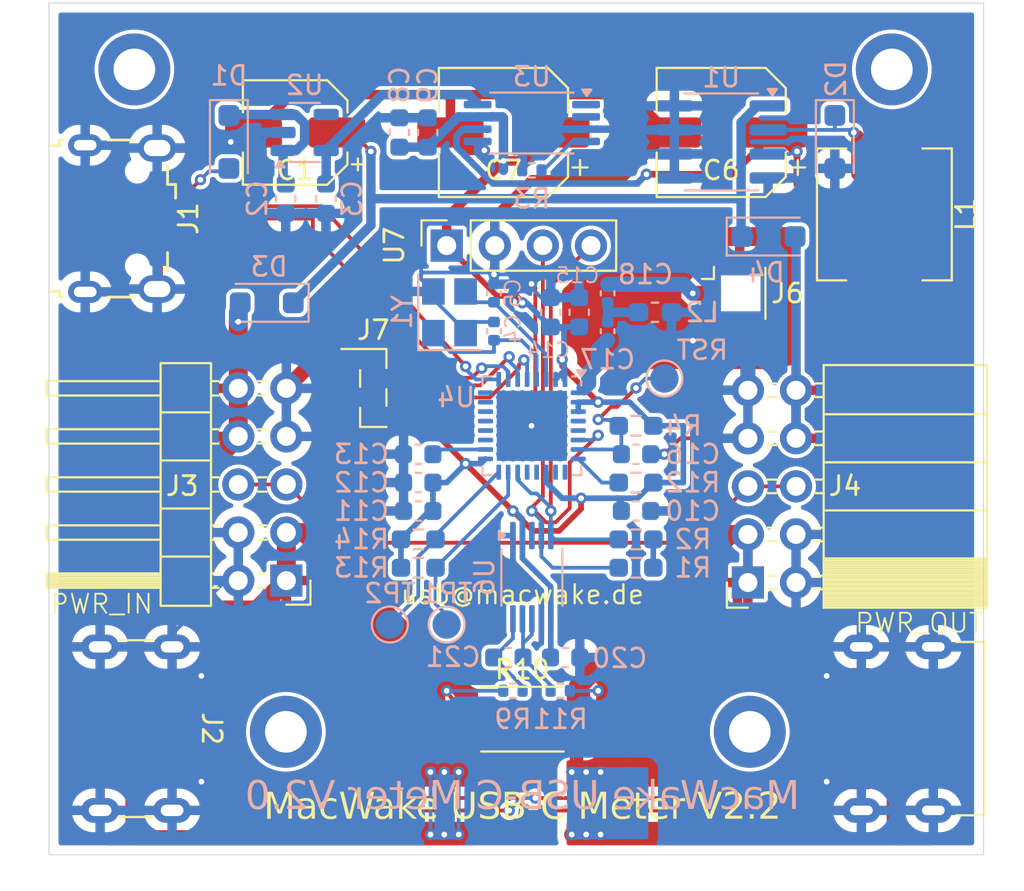
<source format=kicad_pcb>
(kicad_pcb (version 20241229) (generator "pcbnew") (generator_version "9.0")
  (title_block (title "USB-C Power Meter") (rev "1.0"))
  (layers (0 "F.Cu" signal) (2 "B.Cu" signal) (13 "F.Paste" user) (15 "B.Paste" user) (5 "F.SilkS" user "F.Silkscreen") (7 "B.SilkS" user "B.Silkscreen") (1 "F.Mask" user) (3 "B.Mask" user) (25 "Edge.Cuts" user))
  (net 0 "")
  (net 1 "GND")
  (net 2 "3V3")
  (net 3 "/VBUS_PD_R")
  (net 4 "/VBUS_DATA_R")
  (net 5 "/VBUS_DATA_3V3")
  (net 7 "Net-(D2-K)")
  (net 8 "Net-(U4-XTAL_N)")
  (net 9 "Net-(J1-D-)")
  (net 10 "Net-(J1-D+)")
  (net 12 "Net-(U4-XTAL_P)")
  (net 13 "/VBUS_PD_3V3")
  (net 14 "Net-(U4-CHIP_EN)")
  (net 15 "Net-(C17-Pad2)")
  (net 16 "/SHNT-")
  (net 17 "/SHNT+")
  (net 18 "/VBUS_DATA_IN")
  (net 19 "/VBUS_PD_1_IN")
  (net 20 "/VBUS_PD_2_IN")
  (net 21 "/CC2")
  (net 22 "/CC1")
  (net 23 "/CHGR_ID_GENERIC")
  (net 24 "SDA")
  (net 25 "SCL")
  (net 26 "Net-(U3-ILIM)")
  (net 27 "Net-(U4-GPIO3)")
  (net 31 "Net-(J7-Pin_2)")
  (net 35 "Net-(J7-Pin_3)")
  (net 37 "Net-(U4-GPIO9)")
  (net 38 "Net-(U4-GPIO10)")
  (net 41 "Net-(U4-VDD_SPI)")
  (net 48 "/RF")
  (net 49 "/ANT")
  (footprint "Connector_Coaxial:U.FL_Hirose_U.FL-R-SMT-1_Vertical" (layer "F.Cu") (at 94.5 41)
    (property "Reference" "J6")
    (property "Value" "Conn_Coaxial" (hide yes))
  )
  (footprint "MountingHole:MountingHole_2.2mm_M2_DIN965_Pad" (layer "F.Cu") (at 95.508776 64.167291)
    (property "Reference" "REF**" (hide yes))
    (property "Value" "MountingHole_2.2mm_M2_DIN965_Pad" (hide yes))
  )
  (footprint "Capacitor_SMD:CP_Elec_6.3x5.9" (layer "F.Cu") (at 82.5 32.5 180)
    (property "Reference" "C7")
    (property "Value" "220µF")
  )
  (footprint "Capacitor_SMD:CP_Elec_6.3x5.9" (layer "F.Cu") (at 94 32.5 180)
    (property "Reference" "C6")
    (property "Value" "220µF")
  )
  (footprint "MountingHole:MountingHole_2.2mm_M2_DIN965_Pad" (layer "F.Cu") (at 63.008776 29.167291)
    (property "Reference" "REF**" (hide yes))
    (property "Value" "MountingHole_2.2mm_M2_DIN965_Pad" (hide yes))
  )
  (footprint "MountingHole:MountingHole_2.2mm_M2_DIN965_Pad" (layer "F.Cu") (at 103.008776 29.167291)
    (property "Reference" "REF**" (hide yes))
    (property "Value" "MountingHole_2.2mm_M2_DIN965_Pad" (hide yes))
  )
  (footprint "MountingHole:MountingHole_2.2mm_M2_DIN965_Pad" (layer "F.Cu") (at 71.008776 64.167291)
    (property "Reference" "REF**" (hide yes))
    (property "Value" "MountingHole_2.2mm_M2_DIN965_Pad" (hide yes))
  )
  (footprint "Connector_PinSocket_2.54mm:PinSocket_1x04_P2.54mm_Vertical" (layer "F.Cu") (at 79.502 38.475 90)
    (property "Reference" "U7")
    (property "Value" "Display I2C" (hide yes))
  )
  (footprint "Connector_PinSocket_2.54mm:PinSocket_2x05_P2.54mm_Horizontal" (layer "F.Cu") (at 95.410165 56.279006 180)
    (property "Reference" "J4")
    (property "Value" "Generic OUT")
  )
  (footprint "Connector_PinHeader_2.54mm:PinHeader_2x05_P2.54mm_Horizontal" (layer "F.Cu") (at 71.035165 56.179006 180)
    (property "Reference" "J3")
    (property "Value" "Generic IN")
  )
  (footprint "Connector_USB:USB_Micro-B_Wuerth_629105150521" (layer "F.Cu") (at 62.360836 37.04738 -90)
    (property "Reference" "J1")
    (property "Value" "USB_B_Micro")
  )
  (footprint "Connector_PinHeader_1.00mm:PinHeader_1x04_P1.00mm_Vertical_SMD_Pin1Left" (layer "F.Cu") (at 75.625 46)
    (property "Reference" "J7")
    (property "Value" "UART")
  )
  (footprint "Connector_USB:USB_C_Receptacle_GCT_USB4125-xx-x_6P_TopMnt_Horizontal" (layer "F.Cu") (at 62 64 -90)
    (property "Reference" "J2")
    (property "Value" "USB-C Receptacle 6P")
  )
  (footprint "Inductor_SMD:L_Changjiang_FXL0630" (layer "F.Cu") (at 102.616 36.83 -90)
    (property "Reference" "L1")
    (property "Value" "47µH")
  )
  (footprint "Capacitor_SMD:CP_Elec_5x5.8" (layer "F.Cu") (at 71.5 32.5 180)
    (property "Reference" "C1")
    (property "Value" "33µF/35V")
  )
  (footprint "Resistor_SMD:R_2512_6332Metric" (layer "F.Cu") (at 83.5 63.5)
    (property "Reference" "R10")
    (property "Value" "0.01R 3W")
  )
  (footprint "Connector_USB:USB_C_Receptacle_HRO_TYPE-C-31-M-17" (layer "F.Cu") (at 104.4 64 90)
    (property "Reference" "J5" (hide yes))
    (property "Value" "USB-C Receptacle 6P")
  )
  (footprint "Resistor_SMD:R_0402_1005Metric" (layer "B.Cu") (at 85.5 62)
    (property "Reference" "R11")
    (property "Value" "10R")
  )
  (footprint "Package_SO:SOIC-8_3.9x4.9mm_P1.27mm" (layer "B.Cu") (at 94 33 180)
    (property "Reference" "U1")
    (property "Value" "XL1509-3.3")
  )
  (footprint "Resistor_SMD:R_0603_1608Metric_Pad0.98x0.95mm_HandSolder" (layer "B.Cu") (at 89.5 54)
    (property "Reference" "R2")
    (property "Value" "3k3")
  )
  (footprint "Package_TO_SOT_SMD:SOT-23-5" (layer "B.Cu") (at 72 32.5)
    (property "Reference" "U2")
    (property "Value" "ME6211C33")
  )
  (footprint "Capacitor_SMD:C_0603_1608Metric" (layer "B.Cu") (at 73.126 36 -90)
    (property "Reference" "C3")
    (property "Value" "10µF/10V")
  )
  (footprint "Capacitor_SMD:C_0402_1005Metric" (layer "B.Cu") (at 88 43 90)
    (property "Reference" "C17")
    (property "Value" "1pF")
  )
  (footprint "Capacitor_SMD:C_0603_1608Metric" (layer "B.Cu") (at 77 32.5 90)
    (property "Reference" "C8")
    (property "Value" "0.1µ")
  )
  (footprint "Capacitor_SMD:C_0402_1005Metric" (layer "B.Cu") (at 82 40.991443 -90)
    (property "Reference" "C5")
    (property "Value" "27pF")
  )
  (footprint "Resistor_SMD:R_0402_1005Metric" (layer "B.Cu") (at 83 62 180)
    (property "Reference" "R9")
    (property "Value" "10R")
  )
  (footprint "Capacitor_SMD:C_0603_1608Metric" (layer "B.Cu") (at 85.758 60.242)
    (property "Reference" "C20")
    (property "Value" "0.1µ")
  )
  (footprint "Capacitor_SMD:C_0402_1005Metric" (layer "B.Cu") (at 82 42.993623 90)
    (property "Reference" "C4")
    (property "Value" "27pF")
  )
  (footprint "Resistor_SMD:R_0603_1608Metric_Pad0.98x0.95mm_HandSolder" (layer "B.Cu") (at 89.5 55.5)
    (property "Reference" "R1")
    (property "Value" "3k3")
  )
  (footprint "TestPoint:TestPoint_Pad_D1.5mm" (layer "B.Cu") (at 79.5 58.5 180)
    (property "Reference" "TP1")
    (property "Value" "Boot")
  )
  (footprint "Package_DFN_QFN:QFN-32-1EP_5x5mm_P0.5mm_EP3.7x3.7mm" (layer "B.Cu") (at 84 48 180)
    (property "Reference" "U4")
    (property "Value" "ESP32-C3FH4")
  )
  (footprint "Capacitor_SMD:C_0603_1608Metric" (layer "B.Cu") (at 71 36 -90)
    (property "Reference" "C2")
    (property "Value" "10µF/10V")
  )
  (footprint "Capacitor_SMD:C_0603_1608Metric" (layer "B.Cu") (at 89.5 49.5 180)
    (property "Reference" "C16")
    (property "Value" "0.1µ")
  )
  (footprint "Diode_SMD:D_SOD-123F" (layer "B.Cu") (at 100 33 -90)
    (property "Reference" "D2")
    (property "Value" "PMEG2005EH")
  )
  (footprint "Resistor_SMD:R_0603_1608Metric_Pad0.98x0.95mm_HandSolder" (layer "B.Cu") (at 89.5 48)
    (property "Reference" "R4")
    (property "Value" "12k")
  )
  (footprint "Resistor_SMD:R_0603_1608Metric_Pad0.98x0.95mm_HandSolder" (layer "B.Cu") (at 78 55.5 180)
    (property "Reference" "R13")
    (property "Value" "12k")
  )
  (footprint "Capacitor_SMD:C_0603_1608Metric" (layer "B.Cu") (at 78 52.5 180)
    (property "Reference" "C11")
    (property "Value" "1µ")
  )
  (footprint "Crystal:Crystal_SMD_3225-4Pin_3.2x2.5mm" (layer "B.Cu") (at 79.65 42 90)
    (property "Reference" "Y1")
    (property "Value" "40MHz")
  )
  (footprint "Capacitor_SMD:C_0603_1608Metric" (layer "B.Cu") (at 82.758 60.242)
    (property "Reference" "C21")
    (property "Value" "0.1µF/6.3V")
  )
  (footprint "Capacitor_SMD:C_0603_1608Metric" (layer "B.Cu") (at 85 42 -90)
    (property "Reference" "C14")
    (property "Value" "1µ")
  )
  (footprint "Package_SO:TSSOP-8_4.4x3mm_P0.65mm" (layer "B.Cu") (at 84 32 180)
    (property "Reference" "U3")
    (property "Value" "TPS2115")
  )
  (footprint "Resistor_SMD:R_0603_1608Metric_Pad0.98x0.95mm_HandSolder" (layer "B.Cu") (at 89.5 51)
    (property "Reference" "R12")
    (property "Value" "12k")
  )
  (footprint "Capacitor_SMD:C_0603_1608Metric" (layer "B.Cu") (at 78 49.5)
    (property "Reference" "C13")
    (property "Value" "0.1µ")
  )
  (footprint "Capacitor_SMD:C_0603_1608Metric" (layer "B.Cu") (at 78 51)
    (property "Reference" "C12")
    (property "Value" "0.1µ")
  )
  (footprint "Diode_SMD:D_SOD-123F" (layer "B.Cu") (at 96.5 38)
    (property "Reference" "D4")
    (property "Value" "1N5819WS")
  )
  (footprint "Inductor_SMD:L_0603_1608Metric_Pad1.05x0.95mm_HandSolder" (layer "B.Cu") (at 90.5 42 180)
    (property "Reference" "L2")
    (property "Value" "2.7nH")
  )
  (footprint "Package_SO:VSSOP-10_3x3mm_P0.5mm" (layer "B.Cu") (at 84 56 -90)
    (property "Reference" "U6")
    (property "Value" "INA228")
  )
  (footprint "Resistor_SMD:R_0402_1005Metric" (layer "B.Cu") (at 84 34.5 180)
    (property "Reference" "R3")
    (property "Value" "400R")
  )
  (footprint "Capacitor_SMD:C_0603_1608Metric" (layer "B.Cu") (at 89.5 52.5 180)
    (property "Reference" "C10")
    (property "Value" "0.1µ")
  )
  (footprint "TestPoint:TestPoint_Pad_D1.5mm" (layer "B.Cu") (at 76.5 58.5 180)
    (property "Reference" "TP2")
    (property "Value" "Expansion")
  )
  (footprint "Capacitor_SMD:C_0603_1608Metric" (layer "B.Cu") (at 78.5 32.5 90)
    (property "Reference" "C9")
    (property "Value" "10µF")
  )
  (footprint "Resistor_SMD:R_0603_1608Metric_Pad0.98x0.95mm_HandSolder" (layer "B.Cu") (at 78 54 180)
    (property "Reference" "R14")
    (property "Value" "12k")
  )
  (footprint "Diode_SMD:D_SOD-123F" (layer "B.Cu") (at 70 41.5 180)
    (property "Reference" "D3")
    (property "Value" "1N5819WS")
  )
  (footprint "Diode_SMD:D_SOD-123F" (layer "B.Cu") (at 68 33 -90)
    (property "Reference" "D1")
    (property "Value" "1N5819WS")
  )
  (footprint "TestPoint:TestPoint_Pad_D1.5mm" (layer "B.Cu") (at 91 45.5 180)
    (property "Reference" "TP3" (hide yes))
    (property "Value" "RST")
  )
  (footprint "Capacitor_SMD:C_0402_1005Metric" (layer "B.Cu") (at 88 41 -90)
    (property "Reference" "C18")
    (property "Value" "1pF")
  )
  (footprint "Capacitor_SMD:C_0603_1608Metric" (layer "B.Cu") (at 86.5 42 -90)
    (property "Reference" "C15")
    (property "Value" "10n")
  )
  (gr_rect (start 58.5 25.661762) (end 107.856 70.666) (stroke (width 0.05)) (fill no) (layer "Edge.Cuts"))
  (gr_text "usb@macwake.de" (at 83.5 57.5 0) (layer "F.SilkS") (effects (font (size 1 1) (thickness 0.125)) (justify bottom)))
  (gr_text "PWR_OUT" (at 101 59 0) (layer "F.SilkS") (effects (font (size 1 1) (thickness 0.1)) (justify left bottom)))
  (gr_text "PWR_IN" (at 58.5 58 0) (layer "F.SilkS") (effects (font (size 1 1) (thickness 0.1)) (justify left bottom)))
  (gr_text "MacWake USB-C Meter V2.2" (at 83.5 69 0) (layer "F.SilkS") (effects (font (size 1.4 1.4) (thickness 0.1)) (justify bottom)))
  (gr_text "MacWake USB-C Meter V2.0" (at 83.5 68.5 0) (layer "B.SilkS") (effects (font (size 1.5 1.5) (thickness 0.1)) (justify bottom mirror)))
  (segment (start 65.08 61.25) (end 66.512 61.25) (width 0.5) (layer "F.Cu") (net 1))
  (segment (start 66.512 61.25) (end 66.548 61.214) (width 0.2) (layer "F.Cu") (net 1))
  (segment (start 82.042 37.042) (end 82.042 38.475) (width 0.5) (layer "F.Cu") (net 1))
  (segment (start 91.840994 48.659006) (end 95.410165 48.659006) (width 0.2) (layer "F.Cu") (net 1))
  (segment (start 101.43 61.25) (end 99.604 61.25) (width 0.5) (layer "F.Cu") (net 1))
  (segment (start 84.181 40.699) (end 83.982 40.5) (width 0.2) (layer "F.Cu") (net 1))
  (segment (start 66.77762 33.32238) (end 67.1 33) (width 0.5) (layer "F.Cu") (net 1))
  (segment (start 80.646404 33.446404) (end 79.7 32.5) (width 0.5) (layer "F.Cu") (net 1))
  (segment (start 91.2 32.5) (end 89.2 30.5) (width 0.5) (layer "F.Cu") (net 1))
  (segment (start 92.559372 39.525) (end 91.499 40.585372) (width 0.8) (layer "F.Cu") (net 1))
  (segment (start 91.499 41) (end 91.499 41.414628) (width 0.8) (layer "F.Cu") (net 1))
  (segment (start 79.7 32.5) (end 79.7 30.7) (width 0.5) (layer "F.Cu") (net 1))
  (segment (start 96.476 42.1161) (end 96.476 39.8839) (width 0.8) (layer "F.Cu") (net 1))
  (segment (start 71.3 30.5) (end 69.3 32.5) (width 0.5) (layer "F.Cu") (net 1))
  (segment (start 81.492934 33.446404) (end 80.646404 33.446404) (width 0.5) (layer "F.Cu") (net 1))
  (segment (start 94.975 42.475) (end 96.1171 42.475) (width 0.8) (layer "F.Cu") (net 1))
  (segment (start 93 39.525) (end 92.525 39.525) (width 0.8) (layer "F.Cu") (net 1))
  (segment (start 66.496 66.75) (end 66.548 66.802) (width 0.2) (layer "F.Cu") (net 1))
  (segment (start 91 49.5) (end 91.840994 48.659006) (width 0.2) (layer "F.Cu") (net 1))
  (segment (start 74.75 44.5) (end 72.554171 44.5) (width 0.8) (layer "F.Cu") (net 1))
  (segment (start 69.3 33) (end 67.1 33) (width 0.5) (layer "F.Cu") (net 1))
  (segment (start 88.7 35) (end 84 35) (width 0.5) (layer "F.Cu") (net 1))
  (segment (start 79.7 30.7) (end 79.5 30.5) (width 0.5) (layer "F.Cu") (net 1))
  (segment (start 92.559372 42.475) (end 94.975 42.475) (width 0.8) (layer "F.Cu") (net 1))
  (segment (start 65.08 66.75) (end 66.496 66.75) (width 0.5) (layer "F.Cu") (net 1))
  (segment (start 99.62 66.75) (end 99.568 66.802) (width 0.2) (layer "F.Cu") (net 1))
  (segment (start 91.2 32.5) (end 88.7 35) (width 0.5) (layer "F.Cu") (net 1))
  (segment (start 94.975 39.525) (end 93 39.525) (width 0.8) (layer "F.Cu") (net 1))
  (segment (start 83.982 48) (end 84.181 47.801) (width 0.2) (layer "F.Cu") (net 1))
  (segment (start 79.5 30.5) (end 71.3 30.5) (width 0.5) (layer "F.Cu") (net 1))
  (segment (start 99.604 61.25) (end 99.568 61.214) (width 0.2) (layer "F.Cu") (net 1))
  (segment (start 82 37) (end 82.042 37.042) (width 0.5) (layer "F.Cu") (net 1))
  (segment (start 82.042 38.475) (end 82.042 39.958) (width 0.2) (layer "F.Cu") (net 1))
  (segment (start 82.042 39.958) (end 82 40) (width 0.2) (layer "F.Cu") (net 1))
  (segment (start 89.2 30.5) (end 79.5 30.5) (width 0.5) (layer "F.Cu") (net 1))
  (segment (start 92.5 43.5) (end 92.034372 43) (width 0.8) (layer "F.Cu") (net 1))
  (segment (start 64.210836 33.32238) (end 66.77762 33.32238) (width 0.5) (layer "F.Cu") (net 1))
  (segment (start 64.260836 40.72238) (end 64.260836 38.37338) (width 0.5) (layer "F.Cu") (net 1))
  (segment (start 96.1171 42.475) (end 96.476 42.1161) (width 0.8) (layer "F.Cu") (net 1))
  (segment (start 96.1171 39.525) (end 94.975 39.525) (width 0.8) (layer "F.Cu") (net 1))
  (segment (start 91.499 41.414628) (end 92.559372 42.475) (width 0.8) (layer "F.Cu") (net 1))
  (segment (start 93 39.525) (end 92.559372 39.525) (width 0.8) (layer "F.Cu") (net 1))
  (segment (start 84 35) (end 82 37) (width 0.5) (layer "F.Cu") (net 1))
  (segment (start 91.499 40.585372) (end 91.499 41) (width 0.8) (layer "F.Cu") (net 1))
  (segment (start 92.525 39.525) (end 92.5 39.5) (width 0.2) (layer "F.Cu") (net 1))
  (segment (start 91.499 41) (end 86 41) (width 0.8) (layer "F.Cu") (net 1))
  (segment (start 84.181 47.801) (end 84.181 40.699) (width 0.2) (layer "F.Cu") (net 1))
  (segment (start 101.43 66.75) (end 99.62 66.75) (width 0.5) (layer "F.Cu") (net 1))
  (segment (start 92.034372 43) (end 92.559372 42.475) (width 0.8) (layer "F.Cu") (net 1))
  (segment (start 96.476 39.8839) (end 96.1171 39.525) (width 0.8) (layer "F.Cu") (net 1))
  (segment (start 72.554171 44.5) (end 71.035165 46.019006) (width 0.8) (layer "F.Cu") (net 1))
  (via (at 99.568 66.802) (size 0.6) (drill 0.3) (layers "F.Cu" "B.Cu") (net 1))
  (via (at 66.548 66.802) (size 0.6) (drill 0.3) (layers "F.Cu" "B.Cu") (net 1))
  (via (at 82 40) (size 0.6) (drill 0.3) (layers "F.Cu" "B.Cu") (net 1))
  (via (at 83.982 40.5) (size 0.6) (drill 0.3) (layers "F.Cu" "B.Cu") (net 1))
  (via (at 83.982 48) (size 0.6) (drill 0.3) (layers "F.Cu" "B.Cu") (net 1))
  (via (at 92.5 43.5) (size 0.6) (drill 0.3) (layers "F.Cu" "B.Cu") (net 1))
  (via (at 66.548 61.214) (size 0.6) (drill 0.3) (layers "F.Cu" "B.Cu") (net 1))
  (via (at 91 49.5) (size 0.6) (drill 0.3) (layers "F.Cu" "B.Cu") (net 1))
  (via (at 68.1 33) (size 0.6) (drill 0.3) (layers "F.Cu" "B.Cu") (net 1))
  (via (at 99.568 61.214) (size 0.6) (drill 0.3) (layers "F.Cu" "B.Cu") (net 1))
  (via (at 81.492934 33.446404) (size 0.6) (drill 0.3) (layers "F.Cu" "B.Cu") (net 1))
  (segment (start 99.568 68.32) (end 101.086 68.32) (width 0.2) (layer "B.Cu") (net 1))
  (segment (start 90.275 49.5) (end 91 49.5) (width 0.2) (layer "B.Cu") (net 1))
  (segment (start 91.525 32.365) (end 86.9025 32.365) (width 0.2) (layer "B.Cu") (net 1))
  (segment (start 95.410165 48.659006) (end 95.410165 46.119006) (width 0.2) (layer "B.Cu") (net 1))
  (segment (start 75.775 31.725) (end 77 31.725) (width 0.2) (layer "B.Cu") (net 1))
  (segment (start 78.5 31.725) (end 77 31.725) (width 0.5) (layer "B.Cu") (net 1))
  (segment (start 80.5 43) (end 78.8 41.3) (width 0.2) (layer "B.Cu") (net 1))
  (segment (start 64.210836 33.32238) (end 65.5 33.32238) (width 0.2) (layer "B.Cu") (net 1))
  (segment (start 66 44) (end 71 44) (width 0.2) (layer "B.Cu") (net 1))
  (segment (start 82 42.513623) (end 81.086377 42.513623) (width 0.2) (layer "B.Cu") (net 1))
  (segment (start 84.5 41.225) (end 86 41.225) (width 0.2) (layer "B.Cu") (net 1))
  (segment (start 98 58) (end 98 56.328841) (width 0.2) (layer "B.Cu") (net 1))
  (segment (start 83.982 40.707) (end 84.5 41.225) (width 0.2) (layer "B.Cu") (net 1))
  (segment (start 66.5 33.32238) (end 67.77762 33.32238) (width 0.2) (layer "B.Cu") (net 1))
  (segment (start 66.542 68.32) (end 64.325 68.32) (width 0.2) (layer "B.Cu") (net 1))
  (segment (start 66.03 59.68) (end 64.325 59.68) (width 0.2) (layer "B.Cu") (net 1))
  (segment (start 81.492934 33.946404) (end 81.1375 33.59097) (width 0.2) (layer "B.Cu") (net 1))
  (segment (start 78.15 37.35) (end 78.15 40) (width 0.2) (layer "B.Cu") (net 1))
  (segment (start 99.832 59.68) (end 101.61 59.68) (width 0.2) (layer "B.Cu") (net 1))
  (segment (start 78.15 37.35) (end 78.5 37) (width 0.2) (layer "B.Cu") (net 1))
  (segment (start 71 44) (end 71 45.983841) (width 0.2) (layer "B.Cu") (net 1))
  (segment (start 78.5 37) (end 77.5 37) (width 0.2) (layer "B.Cu") (net 1))
  (segment (start 66.5 33.32238) (end 69.67338 33.32238) (width 0.2) (layer "B.Cu") (net 1))
  (segment (start 99.568 59.69) (end 99.822 59.69) (width 0.2) (layer "B.Cu") (net 1))
  (segment (start 83.982 40.5) (end 83.982 40.707) (width 0.2) (layer "B.Cu") (net 1))
  (segment (start 66.548 59.69) (end 66.04 59.69) (width 0.2) (layer "B.Cu") (net 1))
  (segment (start 81.086377 42.513623) (end 80.5 43.1) (width 0.2) (layer "B.Cu") (net 1))
  (segment (start 82 40) (end 83.482 40) (width 0.2) (layer "B.Cu") (net 1))
  (segment (start 83.982 40.5) (end 83.482 40) (width 0.2) (layer "B.Cu") (net 1))
  (segment (start 97.950165 56.279006) (end 97.950165 53.739006) (width 0.2) (layer "B.Cu") (net 1))
  (segment (start 83.49 34.5) (end 85.665 32.325) (width 0.2) (layer "B.Cu") (net 1))
  (segment (start 78.15 40) (end 78.15 40.25) (width 0.2) (layer "B.Cu") (net 1))
  (segment (start 91.525 33.635) (end 91.525 32.365) (width 0.2) (layer "B.Cu") (net 1))
  (segment (start 81.65 39.899) (end 78.251 39.899) (width 0.2) (layer "B.Cu") (net 1))
  (segment (start 81.1375 33.59097) (end 81.1375 32.975) (width 0.2) (layer "B.Cu") (net 1))
  (segment (start 69.67338 33.32238) (end 69.851 33.5) (width 0.2) (layer "B.Cu") (net 1))
  (segment (start 70.8625 32.5) (end 70.200001 32.5) (width 0.2) (layer "B.Cu") (net 1))
  (segment (start 95.5 44) (end 95.410165 44.089835) (width 0.8) (layer "B.Cu") (net 1))
  (segment (start 92.775 58) (end 98 58) (width 0.2) (layer "B.Cu") (net 1))
  (segment (start 66.548 66.802) (end 66.548 68.326) (width 0.2) (layer "B.Cu") (net 1))
  (segment (start 82.042 38.475) (end 82.042 37.042) (width 0.2) (layer "B.Cu") (net 1))
  (segment (start 99.568 61.214) (end 99.568 59.69) (width 0.2) (layer "B.Cu") (net 1))
  (segment (start 78.15 40.25) (end 78.8 40.9) (width 0.2) (layer "B.Cu") (net 1))
  (segment (start 82 37) (end 78.5 37) (width 0.2) (layer "B.Cu") (net 1))
  (segment (start 92.5 43.5) (end 91.5 43.5) (width 0.8) (layer "B.Cu") (net 1))
  (segment (start 70.200001 32.5) (end 69.851 32.849001) (width 0.2) (layer "B.Cu") (net 1))
  (segment (start 85.665 32.325) (end 86.8625 32.325) (width 0.2) (layer "B.Cu") (net 1))
  (segment (start 91.525 31.095) (end 91.525 34.905) (width 0.2) (layer "B.Cu") (net 1))
  (segment (start 68.495165 53.639006) (end 68.495165 56.179006) (width 0.2) (layer "B.Cu") (net 1))
  (segment (start 69.851 32.849001) (end 69.851 33.5) (width 0.2) (layer "B.Cu") (net 1))
  (segment (start 64.210836 40.77238) (end 64.210836 42.210836) (width 0.2) (layer "B.Cu") (net 1))
  (segment (start 74.901 35.162) (end 74.901 33.599) (width 0.2) (layer "B.Cu") (net 1))
  (segment (start 95 43.5) (end 95.5 44) (width 0.8) (layer "B.Cu") (net 1))
  (segment (start 67.825994 56.179006) (end 64.325 59.68) (width 0.2) (layer "B.Cu") (net 1))
  (segment (start 66.548 61.214) (end 66.548 59.69) (width 0.2) (layer "B.Cu") (net 1))
  (segment (start 64.210836 42.210836) (end 66 44) (width 0.2) (layer "B.Cu") (net 1))
  (segment (start 82.042 37.042) (end 82 37) (width 0.2) (layer "B.Cu") (net 1))
  (segment (start 67.77762 33.32238) (end 68.1 33) (width 0.2) (layer "B.Cu") (net 1))
  (segment (start 99.822 59.69) (end 99.832 59.68) (width 0.2) (layer "B.Cu") (net 1))
  (segment (start 66.04 59.69) (end 66.03 59.68) (width 0.2) (layer "B.Cu") (net 1))
  (segment (start 68.1 33) (end 67.82238 33) (width 0.5) (layer "B.Cu") (net 1))
  (segment (start 78.251 39.899) (end 78.15 40) (width 0.2) (layer "B.Cu") (net 1))
  (segment (start 95.410165 44.089835) (end 95.410165 46.119006) (width 0.8) (layer "B.Cu") (net 1))
  (segment (start 91.5 43.5) (end 95 43.5) (width 0.8) (layer "B.Cu") (net 1))
  (segment (start 66.548 68.326) (end 66.542 68.32) (width 0.2) (layer "B.Cu") (net 1))
  (segment (start 83.962 40.52) (end 83.982 40.5) (width 0.2) (layer "B.Cu") (net 1))
  (segment (start 99.568 66.802) (end 99.568 68.32) (width 0.2) (layer "B.Cu") (net 1))
  (segment (start 83.5 41.5) (end 83.189107 41.134036) (width 0.3) (layer "F.Cu") (net 2))
  (segment (start 83 52.5) (end 84.052 53.552) (width 0.3) (layer "F.Cu") (net 2))
  (segment (start 86.6 52.387753) (end 86.6 51.826) (width 0.3) (layer "F.Cu") (net 2))
  (segment (start 83.8 34) (end 82.5 34) (width 0.5) (layer "F.Cu") (net 2))
  (segment (start 80.5 50) (end 83 52.5) (width 0.3) (layer "F.Cu") (net 2))
  (segment (start 85.6 44.85) (end 85.6 44.5) (width 0.3) (layer "F.Cu") (net 2))
  (segment (start 79.502 36.998) (end 82.5 34) (width 0.5) (layer "F.Cu") (net 2))
  (segment (start 83.189107 41.134036) (end 82.161036 41.134036) (width 0.3) (layer "F.Cu") (net 2))
  (segment (start 85.435753 53.552) (end 86.6 52.387753) (width 0.3) (layer "F.Cu") (net 2))
  (segment (start 85.3 32.5) (end 83.8 34) (width 0.5) (layer "F.Cu") (net 2))
  (segment (start 87.5 46.75) (end 85.6 44.85) (width 0.3) (layer "F.Cu") (net 2))
  (segment (start 82.161036 41.134036) (end 79.502 38.475) (width 0.3) (layer "F.Cu") (net 2))
  (segment (start 84.052 53.552) (end 85.435753 53.552) (width 0.3) (layer "F.Cu") (net 2))
  (segment (start 78 47.5) (end 80.5 50) (width 0.3) (layer "F.Cu") (net 2))
  (segment (start 79.502 38.475) (end 79.502 36.998) (width 0.5) (layer "F.Cu") (net 2))
  (segment (start 76.5 47.5) (end 78 47.5) (width 0.3) (layer "F.Cu") (net 2))
  (via (at 87.5 46.75) (size 0.6) (drill 0.3) (layers "F.Cu" "B.Cu") (net 2))
  (via (at 86.6 51.826) (size 0.6) (drill 0.3) (layers "F.Cu" "B.Cu") (net 2))
  (via (at 85.6 44.5) (size 0.6) (drill 0.3) (layers "F.Cu" "B.Cu") (net 2))
  (via (at 82.5 34) (size 0.6) (drill 0.3) (layers "F.Cu" "B.Cu") (net 2))
  (via (at 83.5 41.5) (size 0.6) (drill 0.3) (layers "F.Cu" "B.Cu") (net 2))
  (via (at 80.5 50) (size 0.6) (drill 0.3) (layers "F.Cu" "B.Cu") (net 2))
  (via (at 83 52.5) (size 0.6) (drill 0.3) (layers "F.Cu" "B.Cu") (net 2))
  (segment (start 90.4125 48) (end 89.1625 46.75) (width 0.3) (layer "B.Cu") (net 2))
  (segment (start 85.699 45) (end 85.699 42.974) (width 0.3) (layer "B.Cu") (net 2))
  (segment (start 86.45 46.75) (end 87.5 46.75) (width 0.3) (layer "B.Cu") (net 2))
  (segment (start 80.1 31.675) (end 78.5 33.275) (width 0.5) (layer "B.Cu") (net 2))
  (segment (start 81.1375 31.675) (end 80.1 31.675) (width 0.5) (layer "B.Cu") (net 2))
  (segment (start 89.5865 51.826) (end 88.5 51.826) (width 0.3) (layer "B.Cu") (net 2))
  (segment (start 78.5875 52.5) (end 77.0875 54) (width 0.3) (layer "B.Cu") (net 2))
  (segment (start 79.5 51) (end 80.5 50) (width 0.3) (layer "B.Cu") (net 2))
  (segment (start 85.001 60.224) (end 85.001 58.2) (width 0.3) (layer "B.Cu") (net 2))
  (segment (start 85.699 45.101) (end 85.699 45) (width 0.3) (layer "B.Cu") (net 2))
  (segment (start 82.5 34.5) (end 82.5 31.729056) (width 0.5) (layer "B.Cu") (net 2))
  (segment (start 85.699 42.974) (end 85.5 42.775) (width 0.3) (layer "B.Cu") (net 2))
  (segment (start 85.5 42.775) (end 86 42.775) (width 0.3) (layer "B.Cu") (net 2))
  (segment (start 83.079346 52.5) (end 83 52.5) (width 0.3) (layer "B.Cu") (net 2))
  (segment (start 78.775 51) (end 79.5 51) (width 0.3) (layer "B.Cu") (net 2))
  (segment (start 77.0875 55.5) (end 77.0875 54) (width 0.3) (layer "B.Cu") (net 2))
  (segment (start 89.1625 46.75) (end 87.5 46.75) (width 0.3) (layer "B.Cu") (net 2))
  (segment (start 83.725 41.5) (end 85 42.775) (width 0.3) (layer "B.Cu") (net 2))
  (segment (start 83.5 55) (end 83.5 53.8) (width 0.3) (layer "B.Cu") (net 2))
  (segment (start 81.874999 31.675) (end 81.1375 31.675) (width 0.5) (layer "B.Cu") (net 2))
  (segment (start 85 58.2) (end 85 56.5) (width 0.3) (layer "B.Cu") (net 2))
  (segment (start 85 56.5) (end 83.5 55) (width 0.3) (layer "B.Cu") (net 2))
  (segment (start 90.4125 54) (end 90.4125 55.5) (width 0.3) (layer "B.Cu") (net 2))
  (segment (start 84.75 50.45) (end 84.75 50.975) (width 0.3) (layer "B.Cu") (net 2))
  (segment (start 81.3 50) (end 81.55 49.75) (width 0.3) (layer "B.Cu") (net 2))
  (segment (start 88.725 52.051) (end 88.5 51.826) (width 0.3) (layer "B.Cu") (net 2))
  (segment (start 78.775 51) (end 78.775 52.5) (width 0.3) (layer "B.Cu") (net 2))
  (segment (start 86.45 47.25) (end 86.45 46.75) (width 0.3) (layer "B.Cu") (net 2))
  (segment (start 82.5 31.729056) (end 82.443439 31.672495) (width 0.5) (layer "B.Cu") (net 2))
  (segment (start 83.5 52.920654) (end 83.079346 52.5) (width 0.3) (layer "B.Cu") (net 2))
  (segment (start 83.5 41.5) (end 83.725 41.5) (width 0.3) (layer "B.Cu") (net 2))
  (segment (start 88.5 51.826) (end 85.601 51.826) (width 0.3) (layer "B.Cu") (net 2))
  (segment (start 85.699 45) (end 85.699 45.55) (width 0.3) (layer "B.Cu") (net 2))
  (segment (start 85.1375 51.3625) (end 85.601 51.826) (width 0.3) (layer "B.Cu") (net 2))
  (segment (start 82.443439 31.672495) (end 81.877504 31.672495) (width 0.5) (layer "B.Cu") (net 2))
  (segment (start 78.5 33.275) (end 77 33.275) (width 0.5) (layer "B.Cu") (net 2))
  (segment (start 85.1375 51.3625) (end 85.601 51.826) (width 0.3) (layer "B.Cu") (net 2))
  (segment (start 84.75 50.975) (end 85.1375 51.3625) (width 0.3) (layer "B.Cu") (net 2))
  (segment (start 85.601 51.826) (end 86.6 51.826) (width 0.3) (layer "B.Cu") (net 2))
  (segment (start 85.25 45.55) (end 85.699 45.101) (width 0.3) (layer "B.Cu") (net 2))
  (segment (start 92 51) (end 92 48) (width 0.3) (layer "B.Cu") (net 2))
  (segment (start 88.725 52.5) (end 88.725 52.051) (width 0.3) (layer "B.Cu") (net 2))
  (segment (start 92 48) (end 90.4125 48) (width 0.3) (layer "B.Cu") (net 2))
  (segment (start 90.4125 51) (end 89.5865 51.826) (width 0.3) (layer "B.Cu") (net 2))
  (segment (start 81.877504 31.672495) (end 81.874999 31.675) (width 0.5) (layer "B.Cu") (net 2))
  (segment (start 80.5 50) (end 81.3 50) (width 0.3) (layer "B.Cu") (net 2))
  (segment (start 83.5 53.8) (end 83.5 52.920654) (width 0.3) (layer "B.Cu") (net 2))
  (segment (start 90.4125 51) (end 92 51) (width 0.3) (layer "B.Cu") (net 2))
  (segment (start 75.5 33.5) (end 74.5 32.5) (width 0.2) (layer "F.Cu") (net 3))
  (via (at 75.5 33.5) (size 0.6) (drill 0.3) (layers "F.Cu" "B.Cu") (net 3))
  (segment (start 95.049 31.9619) (end 95.9159 31.095) (width 0.5) (layer "B.Cu") (net 3))
  (segment (start 95.45 38) (end 95.049 37.599) (width 0.5) (layer "B.Cu") (net 3))
  (segment (start 95.049 37.599) (end 95.049 31.9619) (width 0.5) (layer "B.Cu") (net 3))
  (segment (start 75.5 36) (end 94.95 36) (width 0.5) (layer "B.Cu") (net 3))
  (segment (start 75.5 36) (end 75.5 33.5) (width 0.5) (layer "B.Cu") (net 3))
  (segment (start 71.4 41.5) (end 75.5 37.4) (width 0.5) (layer "B.Cu") (net 3))
  (segment (start 75.5 37.4) (end 75.5 36) (width 0.5) (layer "B.Cu") (net 3))
  (segment (start 72 32.025001) (end 72 33) (width 0.5) (layer "B.Cu") (net 4))
  (segment (start 70.8625 31.55) (end 71.524999 31.55) (width 0.5) (layer "B.Cu") (net 4))
  (segment (start 71.524999 31.55) (end 72 32.025001) (width 0.5) (layer "B.Cu") (net 4))
  (segment (start 70.8625 33.45) (end 70.8625 35.0875) (width 0.5) (layer "B.Cu") (net 4))
  (segment (start 72 33) (end 71.55 33.45) (width 0.5) (layer "B.Cu") (net 4))
  (segment (start 68.4 31.55) (end 70.8625 31.55) (width 0.5) (layer "B.Cu") (net 4))
  (segment (start 68 31.95) (end 68.4 31.55) (width 0.5) (layer "B.Cu") (net 4))
  (segment (start 71.55 33.45) (end 70.8625 33.45) (width 0.5) (layer "B.Cu") (net 4))
  (segment (start 73.351 35.162) (end 73.1375 34.9485) (width 0.5) (layer "B.Cu") (net 5))
  (segment (start 73.1375 34.9485) (end 73.1375 33.45) (width 0.5) (layer "B.Cu") (net 5))
  (segment (start 76.0875 30.5) (end 80.6635 30.5) (width 0.5) (layer "B.Cu") (net 5))
  (segment (start 80.6635 30.5) (end 81.1375 30.974) (width 0.5) (layer "B.Cu") (net 5))
  (segment (start 73.1375 33.45) (end 76.0875 30.5) (width 0.5) (layer "B.Cu") (net 5))
  (segment (start 101.311 32.5) (end 101 32.5) (width 0.2) (layer "F.Cu") (net 7))
  (segment (start 102.616 33.805) (end 101.311 32.5) (width 0.2) (layer "F.Cu") (net 7))
  (via (at 101 32.5) (size 0.6) (drill 0.3) (layers "F.Cu" "B.Cu") (net 7))
  (segment (start 100 32.365) (end 100 31.6) (width 0.2) (layer "B.Cu") (net 7))
  (segment (start 100.865 32.365) (end 101 32.5) (width 0.2) (layer "B.Cu") (net 7))
  (segment (start 96.475 32.365) (end 100 32.365) (width 0.2) (layer "B.Cu") (net 7))
  (segment (start 100 32.365) (end 100.865 32.365) (width 0.2) (layer "B.Cu") (net 7))
  (segment (start 84.25 45.55) (end 84.25 44.288543) (width 0.2) (layer "B.Cu") (net 8))
  (segment (start 82 43.473623) (end 82 44.101) (width 0.2) (layer "B.Cu") (net 8))
  (segment (start 84.25 44.288543) (end 83.43508 43.473623) (width 0.2) (layer "B.Cu") (net 8))
  (segment (start 79.701 44.101) (end 78.8 43.2) (width 0.2) (layer "B.Cu") (net 8))
  (segment (start 82 44.101) (end 79.701 44.101) (width 0.2) (layer "B.Cu") (net 8))
  (segment (start 83.43508 43.473623) (end 82 43.473623) (width 0.2) (layer "B.Cu") (net 8))
  (segment (start 80.5 44.860301) (end 72.89738 36.39738) (width 0.2) (layer "F.Cu") (net 9))
  (segment (start 72.89738 36.39738) (end 64.260836 36.39738) (width 0.2) (layer "F.Cu") (net 9))
  (via (at 80.5 44.860301) (size 0.6) (drill 0.3) (layers "F.Cu" "B.Cu") (net 9))
  (segment (start 80.5 45) (end 81.05 45.55) (width 0.2) (layer "B.Cu") (net 9))
  (segment (start 81.05 45.55) (end 82.25 45.55) (width 0.2) (layer "B.Cu") (net 9))
  (segment (start 80.5 44.860301) (end 80.5 45) (width 0.2) (layer "B.Cu") (net 9))
  (segment (start 72.431865 37.04738) (end 64.260836 37.04738) (width 0.2) (layer "F.Cu") (net 10))
  (segment (start 72.431865 37.04738) (end 72.431865 37.931865) (width 0.2) (layer "F.Cu") (net 10))
  (segment (start 72.431865 37.931865) (end 79.961301 45.461301) (width 0.2) (layer "F.Cu") (net 10))
  (segment (start 80.835998 45.461301) (end 81.347299 44.95) (width 0.2) (layer "F.Cu") (net 10))
  (segment (start 79.961301 45.461301) (end 80.835998 45.461301) (width 0.2) (layer "F.Cu") (net 10))
  (via (at 81.347299 44.95) (size 0.6) (drill 0.3) (layers "F.Cu" "B.Cu") (net 10))
  (segment (start 82.464798 44.849) (end 82.75 45.134202) (width 0.2) (layer "B.Cu") (net 10))
  (segment (start 82.75 45.134202) (end 82.75 45.55) (width 0.2) (layer "B.Cu") (net 10))
  (segment (start 81.448299 44.849) (end 82.464798 44.849) (width 0.2) (layer "B.Cu") (net 10))
  (segment (start 81.347299 44.95) (end 81.448299 44.849) (width 0.2) (layer "B.Cu") (net 10))
  (segment (start 82 41.471443) (end 81.071443 41.471443) (width 0.2) (layer "B.Cu") (net 12))
  (segment (start 82 41.471443) (end 84.75 44.221443) (width 0.2) (layer "B.Cu") (net 12))
  (segment (start 84.75 44.221443) (end 84.75 45.55) (width 0.2) (layer "B.Cu") (net 12))
  (segment (start 81.071443 41.471443) (end 80.5 40.9) (width 0.2) (layer "B.Cu") (net 12))
  (segment (start 98 35.239) (end 98 35) (width 0.35) (layer "F.Cu") (net 13))
  (segment (start 98 33.7) (end 98 34) (width 0.35) (layer "F.Cu") (net 13))
  (segment (start 94.590271 34.709729) (end 96.8 32.5) (width 0.35) (layer "F.Cu") (net 13))
  (segment (start 96.8 32.5) (end 98 33.7) (width 0.35) (layer "F.Cu") (net 13))
  (segment (start 98 35.239) (end 98 34) (width 0.35) (layer "F.Cu") (net 13))
  (segment (start 90.05093 34.709729) (end 94.590271 34.709729) (width 0.35) (layer "F.Cu") (net 13))
  (segment (start 98 35) (end 98 33.5) (width 0.35) (layer "F.Cu") (net 13))
  (segment (start 102.616 39.855) (end 98 35.239) (width 0.35) (layer "F.Cu") (net 13))
  (segment (start 98 34) (end 98 35) (width 0.35) (layer "F.Cu") (net 13))
  (via (at 98 33.5) (size 0.6) (drill 0.3) (layers "F.Cu" "B.Cu") (net 13))
  (via (at 90.05093 34.709729) (size 0.6) (drill 0.3) (layers "F.Cu" "B.Cu") (net 13))
  (segment (start 89.564659 35.196) (end 81.945062 35.196) (width 0.35) (layer "B.Cu") (net 13))
  (segment (start 80.024 33.274938) (end 80.024 32.675062) (width 0.35) (layer "B.Cu") (net 13))
  (segment (start 81.945062 35.196) (end 80.024 33.274938) (width 0.35) (layer "B.Cu") (net 13))
  (segment (start 96.475 33.635) (end 97.635 33.635) (width 0.2) (layer "B.Cu") (net 13))
  (segment (start 90.05093 34.709729) (end 89.564659 35.196) (width 0.35) (layer "B.Cu") (net 13))
  (segment (start 80.024 32.675062) (end 80.374062 32.325) (width 0.35) (layer "B.Cu") (net 13))
  (segment (start 80.374062 32.325) (end 81.1375 32.325) (width 0.35) (layer "B.Cu") (net 13))
  (segment (start 87.50467 47.663626) (end 88.168296 47) (width 0.2) (layer "F.Cu") (net 14))
  (segment (start 88.168296 47) (end 88.5 47) (width 0.2) (layer "F.Cu") (net 14))
  (segment (start 88.5 47) (end 89.5 46) (width 0.2) (layer "F.Cu") (net 14))
  (via (at 87.50467 47.663626) (size 0.6) (drill 0.3) (layers "F.Cu" "B.Cu") (net 14))
  (via (at 89.5 46) (size 0.6) (drill 0.3) (layers "F.Cu" "B.Cu") (net 14))
  (segment (start 90 45.5) (end 89.5 46) (width 0.2) (layer "B.Cu") (net 14))
  (segment (start 87.50467 47.663626) (end 88.853209 47.734291) (width 0.2) (layer "B.Cu") (net 14))
  (segment (start 88.725 49.5) (end 88.725 48.1375) (width 0.2) (layer "B.Cu") (net 14))
  (segment (start 91 45.5) (end 90 45.5) (width 0.2) (layer "B.Cu") (net 14))
  (segment (start 88.475 49.25) (end 86.45 49.25) (width 0.2) (layer "B.Cu") (net 14))
  (segment (start 88 42) (end 89.625 42) (width 0.5) (layer "B.Cu") (net 15))
  (segment (start 88 42) (end 88 41.48) (width 0.5) (layer "B.Cu") (net 15))
  (segment (start 88 42.52) (end 88 42) (width 0.5) (layer "B.Cu") (net 15))
  (segment (start 84.99 62) (end 84.99 61.699) (width 0.2) (layer "B.Cu") (net 16))
  (segment (start 83.533 59.5) (end 83.533 58.233) (width 0.2) (layer "B.Cu") (net 16))
  (segment (start 84 59.033) (end 83.533 59.5) (width 0.2) (layer "B.Cu") (net 16))
  (segment (start 84 58.2) (end 84 59.033) (width 0.2) (layer "B.Cu") (net 16))
  (segment (start 84.99 61.699) (end 83.533 60.242) (width 0.2) (layer "B.Cu") (net 16))
  (segment (start 83.533 60.242) (end 83.533 59.5) (width 0.2) (layer "B.Cu") (net 16))
  (segment (start 83 59.225) (end 81.983 60.242) (width 0.2) (layer "B.Cu") (net 17))
  (segment (start 83.51 61.769) (end 81.983 60.242) (width 0.2) (layer "B.Cu") (net 17))
  (segment (start 83 58.2) (end 83 59.225) (width 0.2) (layer "B.Cu") (net 17))
  (segment (start 83.51 62) (end 83.51 61.769) (width 0.2) (layer "B.Cu") (net 17))
  (segment (start 66.5 35) (end 65.75262 35.74738) (width 0.2) (layer "F.Cu") (net 18))
  (segment (start 65.75262 35.74738) (end 64.260836 35.74738) (width 0.2) (layer "F.Cu") (net 18))
  (via (at 66.5 35) (size 0.6) (drill 0.3) (layers "F.Cu" "B.Cu") (net 18))
  (segment (start 66.95 34.55) (end 67.5 34.55) (width 0.2) (layer "B.Cu") (net 18))
  (segment (start 67.5 34.55) (end 68 34.05) (width 0.2) (layer "B.Cu") (net 18))
  (segment (start 66.5 35) (end 66.95 34.55) (width 0.2) (layer "B.Cu") (net 18))
  (segment (start 68.495165 42.504835) (end 68.5 42.5) (width 1) (layer "F.Cu") (net 19))
  (segment (start 63.035165 65.916874) (end 63.035165 65.52) (width 0.8) (layer "F.Cu") (net 19))
  (segment (start 79.5 62) (end 80.5 63.4625) (width 0.2) (layer "F.Cu") (net 19))
  (segment (start 66 57.5) (end 66.5 57) (width 1) (layer "F.Cu") (net 19))
  (segment (start 78.74 69.596) (end 79.502 69.596) (width 0.2) (layer "F.Cu") (net 19))
  (segment (start 67.679165 67.35503) (end 67.679165 66.319006) (width 0.2) (layer "F.Cu") (net 19))
  (segment (start 67.681382 69.519387) (end 67.679165 67.35503) (width 0.2) (layer "F.Cu") (net 19))
  (segment (start 71.995165 53.639006) (end 80.535165 62.179006) (width 1) (layer "F.Cu") (net 19))
  (segment (start 79.502 69.596) (end 78.994 69.596) (width 0.2) (layer "F.Cu") (net 19))
  (segment (start 67.679165 66.319006) (end 66.79 65.52) (width 0.2) (layer "F.Cu") (net 19))
  (segment (start 63.035165 65.52) (end 64.505 65.52) (width 0.8) (layer "F.Cu") (net 19))
  (segment (start 68.495165 46.019006) (end 68.495165 48.559006) (width 1) (layer "F.Cu") (net 19))
  (segment (start 66.5 57) (end 66.5 50.554171) (width 1) (layer "F.Cu") (net 19))
  (segment (start 71.035165 53.639006) (end 71.035165 56.179006) (width 1) (layer "F.Cu") (net 19))
  (segment (start 78.994 69.596) (end 80.264 69.596) (width 0.2) (layer "F.Cu") (net 19))
  (segment (start 63.035165 69.596) (end 63.035165 65.916874) (width 1) (layer "F.Cu") (net 19))
  (segment (start 80.535165 62.179006) (end 80.535165 64.679006) (width 1) (layer "F.Cu") (net 19))
  (segment (start 66.5 50.554171) (end 68.495165 48.559006) (width 1) (layer "F.Cu") (net 19))
  (segment (start 71.035165 53.639006) (end 71.995165 53.639006) (width 1) (layer "F.Cu") (net 19))
  (segment (start 80.263269 69.546805) (end 80.045074 69.765) (width 0.8) (layer "F.Cu") (net 19))
  (segment (start 63.035165 62.48) (end 63.035165 65.916874) (width 1) (layer "F.Cu") (net 19))
  (segment (start 63.204165 69.765) (end 63.035165 69.596) (width 0.8) (layer "F.Cu") (net 19))
  (segment (start 66.79 65.52) (end 64.505 65.52) (width 0.2) (layer "F.Cu") (net 19))
  (segment (start 63 57.5) (end 66 57.5) (width 1) (layer "F.Cu") (net 19))
  (segment (start 63.035165 62.48) (end 63.035165 57.535165) (width 0.8) (layer "F.Cu") (net 19))
  (segment (start 68.495165 46.019006) (end 68.495165 42.504835) (width 1) (layer "F.Cu") (net 19))
  (segment (start 66.230006 57.730006) (end 66 57.5) (width 1) (layer "F.Cu") (net 19))
  (segment (start 78.994 69.596) (end 67.681382 69.519387) (width 0.2) (layer "F.Cu") (net 19))
  (segment (start 69.484165 57.730006) (end 66.230006 57.730006) (width 1) (layer "F.Cu") (net 19))
  (segment (start 78.74 66.294) (end 80.264 66.294) (width 0.5) (layer "F.Cu") (net 19))
  (segment (start 63.035165 57.535165) (end 63 57.5) (width 0.8) (layer "F.Cu") (net 19))
  (segment (start 80.045074 69.765) (end 63.204165 69.765) (width 0.8) (layer "F.Cu") (net 19))
  (segment (start 71.035165 56.179006) (end 69.484165 57.730006) (width 1) (layer "F.Cu") (net 19))
  (via (at 78.649432 66.294) (size 0.6) (drill 0.3) (layers "F.Cu" "B.Cu") (net 19))
  (via (at 79.374991 69.596) (size 0.6) (drill 0.3) (layers "F.Cu" "B.Cu") (net 19))
  (via (at 79.5 62) (size 0.6) (drill 0.3) (layers "F.Cu" "B.Cu") (net 19))
  (via (at 80.136991 66.294) (size 0.6) (drill 0.3) (layers "F.Cu" "B.Cu") (net 19))
  (via (at 80.136991 69.596) (size 0.6) (drill 0.3) (layers "F.Cu" "B.Cu") (net 19))
  (via (at 78.649432 69.596) (size 0.6) (drill 0.3) (layers "F.Cu" "B.Cu") (net 19))
  (via (at 68.5 42.5) (size 0.6) (drill 0.3) (layers "F.Cu" "B.Cu") (net 19))
  (via (at 79.374991 66.294) (size 0.6) (drill 0.3) (layers "F.Cu" "B.Cu") (net 19))
  (segment (start 68.5 42.5) (end 68.5 42) (width 1) (layer "B.Cu") (net 19))
  (segment (start 79.374991 66.294) (end 79.374991 69.596) (width 0.2) (layer "B.Cu") (net 19))
  (segment (start 78.649432 69.596) (end 78.649432 66.294) (width 0.2) (layer "B.Cu") (net 19))
  (segment (start 82.49 62) (end 79.5 62) (width 0.2) (layer "B.Cu") (net 19))
  (segment (start 80.136991 66.294) (end 80.136991 69.596) (width 0.2) (layer "B.Cu") (net 19))
  (segment (start 101.43 65.52) (end 102.948159 65.52) (width 0.2) (layer "F.Cu") (net 20))
  (segment (start 87.63 69.596) (end 86.868 69.596) (width 0.2) (layer "F.Cu") (net 20))
  (segment (start 86.460165 61.754006) (end 94.475165 53.739006) (width 1) (layer "F.Cu") (net 20))
  (segment (start 94.475165 53.739006) (end 95.410165 53.739006) (width 1) (layer "F.Cu") (net 20))
  (segment (start 86.460165 61.754006) (end 86.4625 61.756341) (width 1) (layer "F.Cu") (net 20))
  (segment (start 103.239165 62.48) (end 101.43 62.48) (width 0.8) (layer "F.Cu") (net 20))
  (segment (start 103.239165 69.662366) (end 103.239165 62.48) (width 1) (layer "F.Cu") (net 20))
  (segment (start 87.5 62) (end 87.5 62.4625) (width 0.2) (layer "F.Cu") (net 20))
  (segment (start 88.535165 64.179006) (end 88.535165 64.679006) (width 0.5) (layer "F.Cu") (net 20))
  (segment (start 86.106 65.033171) (end 86.106 66.294) (width 0.2) (layer "F.Cu") (net 20))
  (segment (start 86.106 66.294) (end 86.868 66.294) (width 0.5) (layer "F.Cu") (net 20))
  (segment (start 87.5 62.4625) (end 86.4625 63.5) (width 0.2) (layer "F.Cu") (net 20))
  (segment (start 86.868 66.294) (end 87.63 66.294) (width 0.5) (layer "F.Cu") (net 20))
  (segment (start 94.860165 56.279006) (end 94.860165 57.854006) (width 0.5) (layer "F.Cu") (net 20))
  (segment (start 101.43 65.52) (end 103.239165 65.52) (width 0.8) (layer "F.Cu") (net 20))
  (segment (start 86.868 69.596) (end 86.106 69.596) (width 0.2) (layer "F.Cu") (net 20))
  (segment (start 102.948159 65.52) (end 103.239165 65.811006) (width 0.2) (layer "F.Cu") (net 20))
  (segment (start 88.535165 64.679006) (end 86.460165 64.679006) (width 0.5) (layer "F.Cu") (net 20))
  (segment (start 94.860165 57.854006) (end 88.535165 64.179006) (width 0.5) (layer "F.Cu") (net 20))
  (segment (start 86.172366 69.662366) (end 86.106 69.596) (width 0.8) (layer "F.Cu") (net 20))
  (segment (start 86.4625 61.756341) (end 86.4625 63.5) (width 1) (layer "F.Cu") (net 20))
  (via (at 86.106 66.294) (size 0.6) (drill 0.3) (layers "F.Cu" "B.Cu") (net 20))
  (via (at 86.106 69.596) (size 0.6) (drill 0.3) (layers "F.Cu" "B.Cu") (net 20))
  (via (at 87.5 62) (size 0.6) (drill 0.3) (layers "F.Cu" "B.Cu") (net 20))
  (via (at 86.868 66.294) (size 0.6) (drill 0.3) (layers "F.Cu" "B.Cu") (net 20))
  (via (at 86.868 69.596) (size 0.6) (drill 0.3) (layers "F.Cu" "B.Cu") (net 20))
  (via (at 87.63 66.294) (size 0.6) (drill 0.3) (layers "F.Cu" "B.Cu") (net 20))
  (via (at 87.63 69.596) (size 0.6) (drill 0.3) (layers "F.Cu" "B.Cu") (net 20))
  (segment (start 95.410165 56.279006) (end 95.410165 53.739006) (width 0.5) (layer "B.Cu") (net 20))
  (segment (start 97.950165 46.119006) (end 97.950165 38.050165) (width 0.5) (layer "B.Cu") (net 20))
  (segment (start 86.868 66.294) (end 86.868 69.596) (width 0.2) (layer "B.Cu") (net 20))
  (segment (start 86.106 66.294) (end 86.106 69.596) (width 0.2) (layer "B.Cu") (net 20))
  (segment (start 87.63 66.294) (end 87.63 69.596) (width 0.2) (layer "B.Cu") (net 20))
  (segment (start 86.01 62) (end 87.5 62) (width 0.2) (layer "B.Cu") (net 20))
  (segment (start 97.950165 48.659006) (end 97.950165 46.119006) (width 0.5) (layer "B.Cu") (net 20))
  (segment (start 82.804 68.326) (end 70.746743 68.326) (width 0.2) (layer "F.Cu") (net 21))
  (segment (start 99.9329 63.5) (end 101.22 63.5) (width 0.2) (layer "F.Cu") (net 21))
  (segment (start 66.920743 64.5) (end 65.08 64.5) (width 0.2) (layer "F.Cu") (net 21))
  (segment (start 100.176067 63.5) (end 101.43 63.5) (width 0.2) (layer "F.Cu") (net 21))
  (segment (start 84.177291 67.667291) (end 95.765609 67.667291) (width 0.2) (layer "F.Cu") (net 21))
  (segment (start 95.765609 67.667291) (end 99.9329 63.5) (width 0.2) (layer "F.Cu") (net 21))
  (segment (start 70.746743 68.326) (end 66.920743 64.5) (width 0.2) (layer "F.Cu") (net 21))
  (via (at 84.177291 67.667291) (size 0.6) (drill 0.3) (layers "F.Cu" "B.Cu") (net 21))
  (via (at 82.804 68.326) (size 0.6) (drill 0.3) (layers "F.Cu" "B.Cu") (net 21))
  (segment (start 83.462709 67.667291) (end 82.804 68.326) (width 0.2) (layer "B.Cu") (net 21))
  (segment (start 84.177291 67.667291) (end 83.462709 67.667291) (width 0.2) (layer "B.Cu") (net 21))
  (segment (start 67.053293 64.099) (end 67.086843 64.099) (width 0.2) (layer "F.Cu") (net 22))
  (segment (start 67.086843 64.099) (end 67.321743 64.3339) (width 0.2) (layer "F.Cu") (net 22))
  (segment (start 70.655134 67.667291) (end 83.161291 67.667291) (width 0.2) (layer "F.Cu") (net 22))
  (segment (start 95.674 68.326) (end 99.5 64.5) (width 0.2) (layer "F.Cu") (net 22))
  (segment (start 83.82 68.326) (end 95.674 68.326) (width 0.2) (layer "F.Cu") (net 22))
  (segment (start 99.5 64.5) (end 101.43 64.5) (width 0.2) (layer "F.Cu") (net 22))
  (segment (start 67.321743 64.3339) (end 70.655134 67.667291) (width 0.2) (layer "F.Cu") (net 22))
  (segment (start 66.454293 63.5) (end 67.053293 64.099) (width 0.2) (layer "F.Cu") (net 22))
  (segment (start 65.08 63.5) (end 66.454293 63.5) (width 0.2) (layer "F.Cu") (net 22))
  (segment (start 83.161291 67.667291) (end 83.82 68.326) (width 0.2) (layer "F.Cu") (net 22))
  (segment (start 95.410165 51.199006) (end 92.430165 54.179006) (width 0.2) (layer "F.Cu") (net 23))
  (segment (start 95.410165 51.199006) (end 97.950165 51.199006) (width 0.2) (layer "F.Cu") (net 23))
  (segment (start 68.495165 51.099006) (end 71.035165 51.099006) (width 0.2) (layer "F.Cu") (net 23))
  (segment (start 74.115165 54.179006) (end 71.035165 51.099006) (width 0.2) (layer "F.Cu") (net 23))
  (segment (start 92.430165 54.179006) (end 74.115165 54.179006) (width 0.2) (layer "F.Cu") (net 23))
  (segment (start 85.248943 53.101) (end 84.751057 53.101) (width 0.2) (layer "F.Cu") (net 24))
  (segment (start 86 52.349943) (end 85.248943 53.101) (width 0.2) (layer "F.Cu") (net 24))
  (segment (start 84.751057 53.101) (end 84 52.349943) (width 0.2) (layer "F.Cu") (net 24))
  (segment (start 86 49.932297) (end 86 52.349943) (width 0.2) (layer "F.Cu") (net 24))
  (segment (start 84 52.31547) (end 84.582 51.73347) (width 0.2) (layer "F.Cu") (net 24))
  (segment (start 84.582 51.73347) (end 84.582 38.475) (width 0.2) (layer "F.Cu") (net 24))
  (segment (start 84 52.5) (end 84 52.31547) (width 0.2) (layer "F.Cu") (net 24))
  (segment (start 87.5 48.5) (end 86 49.932297) (width 0.2) (layer "F.Cu") (net 24))
  (via (at 84 52.5) (size 0.6) (drill 0.3) (layers "F.Cu" "B.Cu") (net 24))
  (via (at 87.5 48.5) (size 0.6) (drill 0.3) (layers "F.Cu" "B.Cu") (net 24))
  (segment (start 88.5875 55.5) (end 85.1 55.5) (width 0.2) (layer "B.Cu") (net 24))
  (segment (start 84.5 53) (end 84 52.5) (width 0.2) (layer "B.Cu") (net 24))
  (segment (start 85.1 55.5) (end 84.5 54.9) (width 0.2) (layer "B.Cu") (net 24))
  (segment (start 87.5 48.5) (end 87.145937 48.75) (width 0.2) (layer "B.Cu") (net 24))
  (segment (start 84.5 54.9) (end 84.5 53.8) (width 0.2) (layer "B.Cu") (net 24))
  (segment (start 87.145937 48.75) (end 86.45 48.75) (width 0.2) (layer "B.Cu") (net 24))
  (segment (start 84.5 53.8) (end 84.5 53) (width 0.2) (layer "B.Cu") (net 24))
  (segment (start 87.122 38.475) (end 85 40.597) (width 0.2) (layer "F.Cu") (net 25))
  (segment (start 85 40.597) (end 85 52.5) (width 0.2) (layer "F.Cu") (net 25))
  (via (at 85 52.5) (size 0.6) (drill 0.3) (layers "F.Cu" "B.Cu") (net 25))
  (segment (start 85 52.5) (end 85 52.324322) (width 0.2) (layer "B.Cu") (net 25))
  (segment (start 88.5875 54) (end 85.2 54) (width 0.2) (layer "B.Cu") (net 25))
  (segment (start 85 53.8) (end 85 52.5) (width 0.2) (layer "B.Cu") (net 25))
  (segment (start 83.25 50.865798) (end 83.25 50.45) (width 0.2) (layer "B.Cu") (net 25))
  (segment (start 83.324 50.824) (end 83.25 50.75) (width 0.2) (layer "B.Cu") (net 25))
  (segment (start 84.248943 51.573265) (end 83.957467 51.573265) (width 0.2) (layer "B.Cu") (net 25))
  (segment (start 85 52.324322) (end 84.248943 51.573265) (width 0.2) (layer "B.Cu") (net 25))
  (segment (start 85.2 54) (end 85 53.8) (width 0.2) (layer "B.Cu") (net 25))
  (segment (start 83.957467 51.573265) (end 83.25 50.865798) (width 0.2) (layer "B.Cu") (net 25))
  (segment (start 84.600001 34.5) (end 86.125001 32.975) (width 0.2) (layer "B.Cu") (net 26))
  (segment (start 86.125001 32.975) (end 86.8625 32.975) (width 0.2) (layer "B.Cu") (net 26))
  (segment (start 88.5875 51) (end 87.7 51) (width 0.2) (layer "B.Cu") (net 27))
  (segment (start 87.7 51) (end 86.45 49.75) (width 0.2) (layer "B.Cu") (net 27))
  (segment (start 81.287107 45.862301) (end 78.362301 45.862301) (width 0.2) (layer "F.Cu") (net 31))
  (segment (start 78.362301 45.862301) (end 78 45.5) (width 0.2) (layer "F.Cu") (net 31))
  (segment (start 78 45.5) (end 76.5 45.5) (width 0.2) (layer "F.Cu") (net 31))
  (segment (start 82.798829 44.350579) (end 81.287107 45.862301) (width 0.2) (layer "F.Cu") (net 31))
  (via (at 82.798829 44.350579) (size 0.6) (drill 0.3) (layers "F.Cu" "B.Cu") (net 31))
  (segment (start 83.25 45.037479) (end 82.798829 44.586308) (width 0.2) (layer "B.Cu") (net 31))
  (segment (start 83.25 45.55) (end 83.25 45.037479) (width 0.2) (layer "B.Cu") (net 31))
  (segment (start 82.798829 44.586308) (end 82.798829 44.350579) (width 0.2) (layer "B.Cu") (net 31))
  (segment (start 83.581 44.518536) (end 83.311074 44.788462) (width 0.2) (layer "F.Cu") (net 35))
  (segment (start 83.311074 44.970926) (end 81.782 46.5) (width 0.2) (layer "F.Cu") (net 35))
  (segment (start 83.311074 44.788462) (end 83.311074 44.970926) (width 0.2) (layer "F.Cu") (net 35))
  (segment (start 81.782 46.5) (end 74.75 46.5) (width 0.2) (layer "F.Cu") (net 35))
  (via (at 83.581 44.518536) (size 0.6) (drill 0.3) (layers "F.Cu" "B.Cu") (net 35))
  (segment (start 83.70573 44.393806) (end 83.75 44.393806) (width 0.2) (layer "B.Cu") (net 35))
  (segment (start 83.581 44.518536) (end 83.70573 44.393806) (width 0.2) (layer "B.Cu") (net 35))
  (segment (start 83.75 44.393806) (end 83.75 45.55) (width 0.2) (layer "B.Cu") (net 35))
  (segment (start 79.5 58) (end 78.9125 57.4125) (width 0.2) (layer "B.Cu") (net 37))
  (segment (start 78.9125 57.4125) (end 78.9125 55.5) (width 0.2) (layer "B.Cu") (net 37))
  (segment (start 82.75 51.6625) (end 82.75 50.45) (width 0.2) (layer "B.Cu") (net 37))
  (segment (start 78.9125 55.5) (end 82.75 51.6625) (width 0.2) (layer "B.Cu") (net 37))
  (segment (start 76.5 58.5) (end 78 57) (width 0.2) (layer "B.Cu") (net 38))
  (segment (start 82.25 50.45) (end 78.9125 53.7875) (width 0.2) (layer "B.Cu") (net 38))
  (segment (start 78 54.9125) (end 78.9125 54) (width 0.2) (layer "B.Cu") (net 38))
  (segment (start 78 57) (end 78 54.9125) (width 0.2) (layer "B.Cu") (net 38))
  (segment (start 81.55 49.25) (end 79.025 49.25) (width 0.2) (layer "B.Cu") (net 41))
  (segment (start 88 43.48) (end 87.5 43.98) (width 0.8) (layer "B.Cu") (net 48))
  (segment (start 87.5 43.98) (end 87.5 44.7) (width 0.8) (layer "B.Cu") (net 48))
  (segment (start 87 45.2) (end 87 45.75) (width 0.8) (layer "B.Cu") (net 48))
  (segment (start 87 45.75) (end 86.751 45.999) (width 0.8) (layer "B.Cu") (net 48))
  (segment (start 87.5 44.7) (end 87 45.2) (width 0.8) (layer "B.Cu") (net 48))
  (segment (start 86.701 45.999) (end 86.45 46.25) (width 0.3) (layer "B.Cu") (net 48))
  (segment (start 86.751 45.999) (end 86.701 45.999) (width 0.3) (layer "B.Cu") (net 48))
  (segment (start 93.45 41) (end 92.5 41) (width 0.8) (layer "F.Cu") (net 49))
  (via (at 92.5 41) (size 0.8) (drill 0.3) (layers "F.Cu" "B.Cu") (net 49))
  (segment (start 92.02 40.52) (end 88 40.52) (width 0.8) (layer "B.Cu") (net 49))
  (segment (start 92.5 41) (end 92.02 40.52) (width 0.8) (layer "B.Cu") (net 49))
  (zone (net 20) (net_name "/VBUS_PD_2_IN") (layer "F.Cu") (priority 3) (connect_pads (clearance 0.5)) (min_thickness 0.25) (fill yes (thermal_gap 0.5) (thermal_bridge_width 0.5))
    (polygon (pts (xy 93.535165 44.679006) (xy 105.236126 44.679006) (xy 105.236126 57.599967) (xy 105.191165 57.617651) (xy 105.191165 70.612) (xy 85.828 70.612) (xy 85.828 62) (xy 93.485387 55.46448)))
  )
  (zone (net 19) (net_name "/VBUS_PD_1_IN") (layer "F.Cu") (priority 2) (connect_pads (clearance 0.5)) (min_thickness 0.25) (fill yes (thermal_gap 0.5) (thermal_bridge_width 0.5))
    (polygon (pts (xy 61.508 44.672) (xy 72.756712 44.672) (xy 73.035165 54.679006) (xy 81.035165 62.179006) (xy 81.035165 70.674226) (xy 61.508 70.612)))
  )
  (zone (net 1) (net_name "GND") (layer "F.Cu") (priority 6) (connect_pads (clearance 0.5)) (min_thickness 0.25) (fill yes (thermal_gap 0.5) (thermal_bridge_width 0.5))
    (polygon (pts (xy 98 37.5) (xy 88.5 37.5) (xy 85 40.5) (xy 85 45) (xy 98 45)))
  )
  (zone (net 1) (net_name "GND") (layer "B.Cu") (priority 1) (connect_pads (clearance 0.2)) (min_thickness 0.25) (fill yes (thermal_gap 0.5) (thermal_bridge_width 0.5))
    (polygon (pts (xy 58.674 70.612) (xy 107.95 70.612) (xy 107.95 45.702104) (xy 108 25.5) (xy 58.5 25.5)))
  )
  (zone (net 20) (net_name "/VBUS_PD_2_IN") (layer "B.Cu") (priority 5) (connect_pads (clearance 0.5)) (min_thickness 0.25) (fill yes (thermal_gap 0.5) (thermal_bridge_width 0.5))
    (polygon (pts (xy 85.852 66.04) (xy 90.152663 66.030688) (xy 90.152663 69.840688) (xy 85.852 69.85)))
  )
  (zone (net 19) (net_name "/VBUS_PD_1_IN") (layer "B.Cu") (connect_pads (clearance 0.5)) (min_thickness 0.25) (fill yes (thermal_gap 0.5) (thermal_bridge_width 0.5))
    (polygon (pts (xy 77.120991 66.04) (xy 81.152991 66.04) (xy 81.152991 69.85) (xy 77.120991 69.85)))
  )
)
</source>
